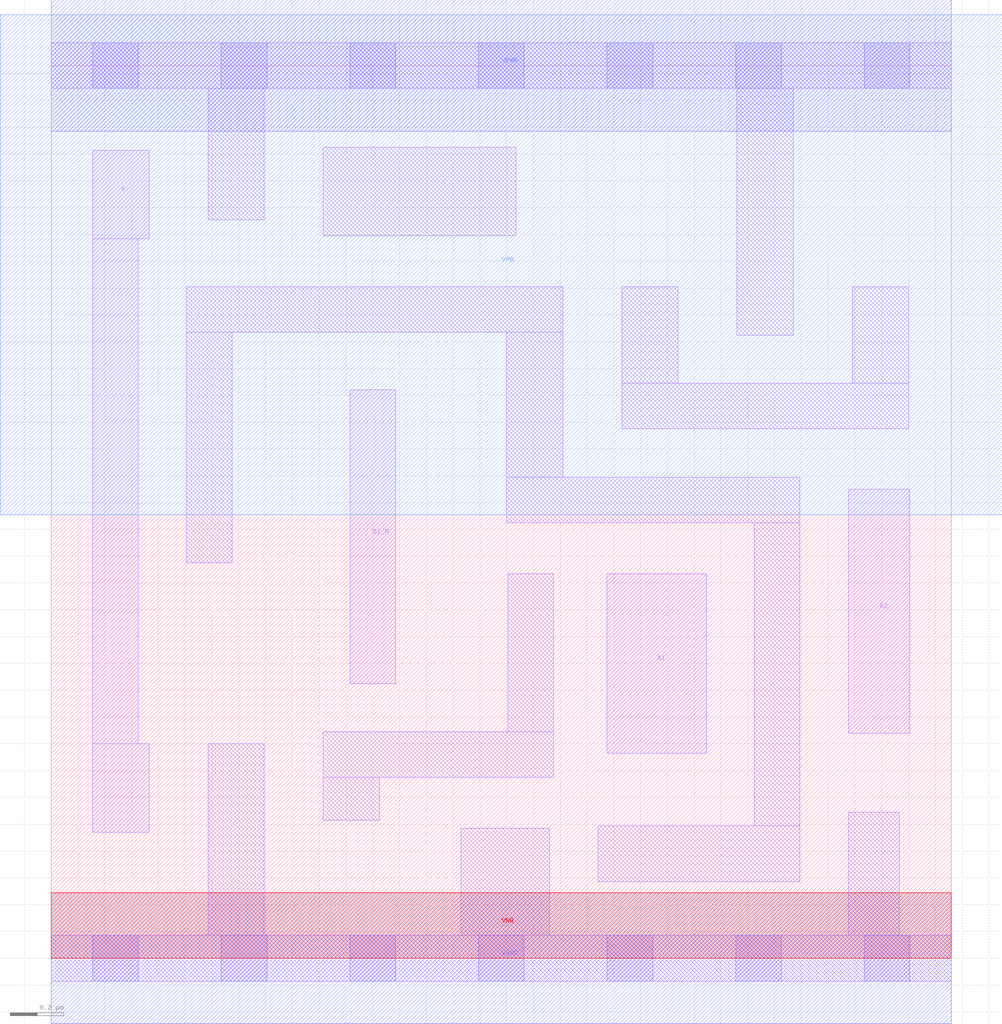
<source format=lef>
# Copyright 2020 The SkyWater PDK Authors
#
# Licensed under the Apache License, Version 2.0 (the "License");
# you may not use this file except in compliance with the License.
# You may obtain a copy of the License at
#
#     https://www.apache.org/licenses/LICENSE-2.0
#
# Unless required by applicable law or agreed to in writing, software
# distributed under the License is distributed on an "AS IS" BASIS,
# WITHOUT WARRANTIES OR CONDITIONS OF ANY KIND, either express or implied.
# See the License for the specific language governing permissions and
# limitations under the License.
#
# SPDX-License-Identifier: Apache-2.0

VERSION 5.7 ;
  NOWIREEXTENSIONATPIN ON ;
  DIVIDERCHAR "/" ;
  BUSBITCHARS "[]" ;
MACRO sky130_fd_sc_lp__a21bo_m
  CLASS CORE ;
  FOREIGN sky130_fd_sc_lp__a21bo_m ;
  ORIGIN  0.000000  0.000000 ;
  SIZE  3.360000 BY  3.330000 ;
  SYMMETRY X Y R90 ;
  SITE unit ;
  PIN A1
    ANTENNAGATEAREA  0.126000 ;
    DIRECTION INPUT ;
    USE SIGNAL ;
    PORT
      LAYER li1 ;
        RECT 2.075000 0.765000 2.445000 1.435000 ;
    END
  END A1
  PIN A2
    ANTENNAGATEAREA  0.126000 ;
    DIRECTION INPUT ;
    USE SIGNAL ;
    PORT
      LAYER li1 ;
        RECT 2.975000 0.840000 3.205000 1.750000 ;
    END
  END A2
  PIN B1_N
    ANTENNAGATEAREA  0.126000 ;
    DIRECTION INPUT ;
    USE SIGNAL ;
    PORT
      LAYER li1 ;
        RECT 1.115000 1.025000 1.285000 2.120000 ;
    END
  END B1_N
  PIN X
    ANTENNADIFFAREA  0.222600 ;
    DIRECTION OUTPUT ;
    USE SIGNAL ;
    PORT
      LAYER li1 ;
        RECT 0.155000 0.470000 0.365000 0.800000 ;
        RECT 0.155000 0.800000 0.325000 2.685000 ;
        RECT 0.155000 2.685000 0.365000 3.015000 ;
    END
  END X
  PIN VGND
    DIRECTION INOUT ;
    USE GROUND ;
    PORT
      LAYER met1 ;
        RECT 0.000000 -0.245000 3.360000 0.245000 ;
    END
  END VGND
  PIN VNB
    DIRECTION INOUT ;
    USE GROUND ;
    PORT
      LAYER pwell ;
        RECT 0.000000 0.000000 3.360000 0.245000 ;
    END
  END VNB
  PIN VPB
    DIRECTION INOUT ;
    USE POWER ;
    PORT
      LAYER nwell ;
        RECT -0.190000 1.655000 3.550000 3.520000 ;
    END
  END VPB
  PIN VPWR
    DIRECTION INOUT ;
    USE POWER ;
    PORT
      LAYER met1 ;
        RECT 0.000000 3.085000 3.360000 3.575000 ;
    END
  END VPWR
  OBS
    LAYER li1 ;
      RECT 0.000000 -0.085000 3.360000 0.085000 ;
      RECT 0.000000  3.245000 3.360000 3.415000 ;
      RECT 0.505000  1.475000 0.675000 2.335000 ;
      RECT 0.505000  2.335000 1.910000 2.505000 ;
      RECT 0.585000  0.085000 0.795000 0.800000 ;
      RECT 0.585000  2.755000 0.795000 3.245000 ;
      RECT 1.015000  0.515000 1.225000 0.675000 ;
      RECT 1.015000  0.675000 1.875000 0.845000 ;
      RECT 1.015000  2.695000 1.735000 3.025000 ;
      RECT 1.530000  0.085000 1.860000 0.485000 ;
      RECT 1.700000  1.625000 2.795000 1.795000 ;
      RECT 1.700000  1.795000 1.910000 2.335000 ;
      RECT 1.705000  0.845000 1.875000 1.435000 ;
      RECT 2.040000  0.285000 2.795000 0.495000 ;
      RECT 2.130000  1.975000 3.200000 2.145000 ;
      RECT 2.130000  2.145000 2.340000 2.505000 ;
      RECT 2.560000  2.325000 2.770000 3.245000 ;
      RECT 2.625000  0.495000 2.795000 1.625000 ;
      RECT 2.975000  0.085000 3.165000 0.545000 ;
      RECT 2.990000  2.145000 3.200000 2.505000 ;
    LAYER mcon ;
      RECT 0.155000 -0.085000 0.325000 0.085000 ;
      RECT 0.155000  3.245000 0.325000 3.415000 ;
      RECT 0.635000 -0.085000 0.805000 0.085000 ;
      RECT 0.635000  3.245000 0.805000 3.415000 ;
      RECT 1.115000 -0.085000 1.285000 0.085000 ;
      RECT 1.115000  3.245000 1.285000 3.415000 ;
      RECT 1.595000 -0.085000 1.765000 0.085000 ;
      RECT 1.595000  3.245000 1.765000 3.415000 ;
      RECT 2.075000 -0.085000 2.245000 0.085000 ;
      RECT 2.075000  3.245000 2.245000 3.415000 ;
      RECT 2.555000 -0.085000 2.725000 0.085000 ;
      RECT 2.555000  3.245000 2.725000 3.415000 ;
      RECT 3.035000 -0.085000 3.205000 0.085000 ;
      RECT 3.035000  3.245000 3.205000 3.415000 ;
  END
END sky130_fd_sc_lp__a21bo_m
END LIBRARY

</source>
